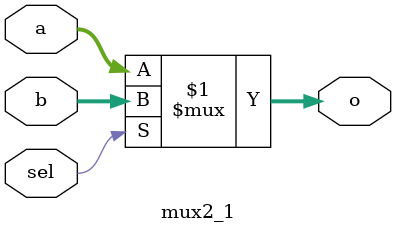
<source format=v>
`timescale 1ns / 1ps


module mux2_1 #(parameter WIDTH = 32) (
    input [WIDTH - 1 : 0] a, b,     
    input  sel, 
    output [WIDTH - 1 : 0] o ); 
  
  assign o  = sel ? b : a; 
  
endmodule

</source>
